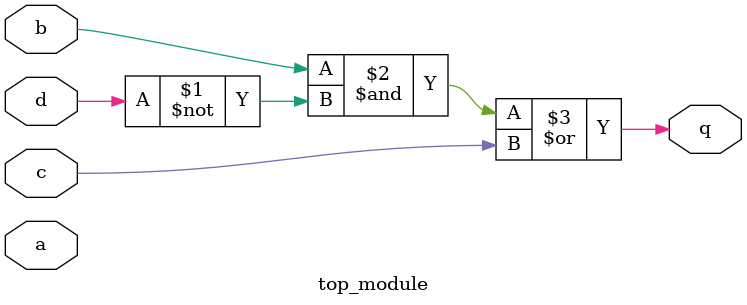
<source format=sv>
module top_module (
    input a, 
    input b, 
    input c, 
    input d,
    output q
);

    assign q = (b & ~d) | c;

endmodule

</source>
